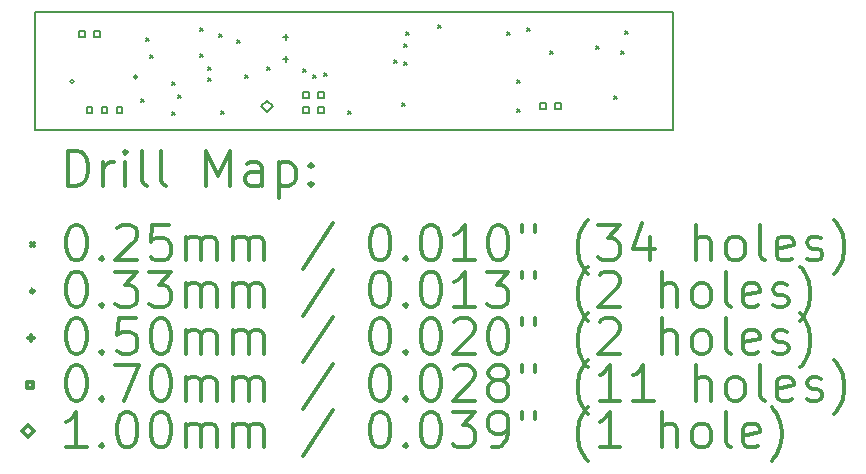
<source format=gbr>
%FSLAX45Y45*%
G04 Gerber Fmt 4.5, Leading zero omitted, Abs format (unit mm)*
G04 Created by KiCad (PCBNEW 5.0.0) date Mon Sep  3 16:09:04 2018*
%MOMM*%
%LPD*%
G01*
G04 APERTURE LIST*
%ADD10C,0.152400*%
%ADD11C,0.200000*%
%ADD12C,0.300000*%
G04 APERTURE END LIST*
D10*
X2500000Y-6000000D02*
X2500000Y-5000000D01*
X7900000Y-6000000D02*
X2500000Y-6000000D01*
X7900000Y-5000000D02*
X7900000Y-6000000D01*
X2500000Y-5000000D02*
X7900000Y-5000000D01*
D11*
X3392300Y-5737300D02*
X3417700Y-5762700D01*
X3417700Y-5737300D02*
X3392300Y-5762700D01*
X3437300Y-5217300D02*
X3462700Y-5242700D01*
X3462700Y-5217300D02*
X3437300Y-5242700D01*
X3472300Y-5362300D02*
X3497700Y-5387700D01*
X3497700Y-5362300D02*
X3472300Y-5387700D01*
X3657300Y-5849039D02*
X3682700Y-5874439D01*
X3682700Y-5849039D02*
X3657300Y-5874439D01*
X3662940Y-5595468D02*
X3688340Y-5620868D01*
X3688340Y-5595468D02*
X3662940Y-5620868D01*
X3712300Y-5702300D02*
X3737700Y-5727700D01*
X3737700Y-5702300D02*
X3712300Y-5727700D01*
X3897300Y-5137300D02*
X3922700Y-5162700D01*
X3922700Y-5137300D02*
X3897300Y-5162700D01*
X3897300Y-5357300D02*
X3922700Y-5382700D01*
X3922700Y-5357300D02*
X3897300Y-5382700D01*
X3967300Y-5467300D02*
X3992700Y-5492700D01*
X3992700Y-5467300D02*
X3967300Y-5492700D01*
X3967300Y-5557300D02*
X3992700Y-5582700D01*
X3992700Y-5557300D02*
X3967300Y-5582700D01*
X4060510Y-5186489D02*
X4085910Y-5211889D01*
X4085910Y-5186489D02*
X4060510Y-5211889D01*
X4077300Y-5842300D02*
X4102700Y-5867700D01*
X4102700Y-5842300D02*
X4077300Y-5867700D01*
X4212463Y-5235052D02*
X4237863Y-5260452D01*
X4237863Y-5235052D02*
X4212463Y-5260452D01*
X4278196Y-5533959D02*
X4303596Y-5559359D01*
X4303596Y-5533959D02*
X4278196Y-5559359D01*
X4467300Y-5462300D02*
X4492700Y-5487700D01*
X4492700Y-5462300D02*
X4467300Y-5487700D01*
X4767300Y-5482300D02*
X4792700Y-5507700D01*
X4792700Y-5482300D02*
X4767300Y-5507700D01*
X4852060Y-5531260D02*
X4877460Y-5556660D01*
X4877460Y-5531260D02*
X4852060Y-5556660D01*
X4942300Y-5517300D02*
X4967700Y-5542700D01*
X4967700Y-5517300D02*
X4942300Y-5542700D01*
X5147300Y-5842300D02*
X5172700Y-5867700D01*
X5172700Y-5842300D02*
X5147300Y-5867700D01*
X5537612Y-5406989D02*
X5563012Y-5432389D01*
X5563012Y-5406989D02*
X5537612Y-5432389D01*
X5603052Y-5774511D02*
X5628452Y-5799911D01*
X5628452Y-5774511D02*
X5603052Y-5799911D01*
X5622300Y-5272300D02*
X5647700Y-5297700D01*
X5647700Y-5272300D02*
X5622300Y-5297700D01*
X5622300Y-5422300D02*
X5647700Y-5447700D01*
X5647700Y-5422300D02*
X5622300Y-5447700D01*
X5637300Y-5172300D02*
X5662700Y-5197700D01*
X5662700Y-5172300D02*
X5637300Y-5197700D01*
X5912300Y-5112300D02*
X5937700Y-5137700D01*
X5937700Y-5112300D02*
X5912300Y-5137700D01*
X6497300Y-5172701D02*
X6522700Y-5198101D01*
X6522700Y-5172701D02*
X6497300Y-5198101D01*
X6583052Y-5574511D02*
X6608452Y-5599911D01*
X6608452Y-5574511D02*
X6583052Y-5599911D01*
X6583052Y-5824511D02*
X6608452Y-5849911D01*
X6608452Y-5824511D02*
X6583052Y-5849911D01*
X6662300Y-5132300D02*
X6687700Y-5157700D01*
X6687700Y-5132300D02*
X6662300Y-5157700D01*
X6862300Y-5327300D02*
X6887700Y-5352700D01*
X6887700Y-5327300D02*
X6862300Y-5352700D01*
X7247300Y-5287300D02*
X7272700Y-5312700D01*
X7272700Y-5287300D02*
X7247300Y-5312700D01*
X7397300Y-5712300D02*
X7422700Y-5737700D01*
X7422700Y-5712300D02*
X7397300Y-5737700D01*
X7457300Y-5327300D02*
X7482700Y-5352700D01*
X7482700Y-5327300D02*
X7457300Y-5352700D01*
X7497300Y-5162300D02*
X7522700Y-5187700D01*
X7522700Y-5162300D02*
X7497300Y-5187700D01*
X2831510Y-5590000D02*
G75*
G03X2831510Y-5590000I-16510J0D01*
G01*
X3366510Y-5550000D02*
G75*
G03X3366510Y-5550000I-16510J0D01*
G01*
X4620000Y-5185000D02*
X4620000Y-5235000D01*
X4595000Y-5210000D02*
X4645000Y-5210000D01*
X4620000Y-5375000D02*
X4620000Y-5425000D01*
X4595000Y-5400000D02*
X4645000Y-5400000D01*
X6822749Y-5824749D02*
X6822749Y-5775251D01*
X6773251Y-5775251D01*
X6773251Y-5824749D01*
X6822749Y-5824749D01*
X6949749Y-5824749D02*
X6949749Y-5775251D01*
X6900251Y-5775251D01*
X6900251Y-5824749D01*
X6949749Y-5824749D01*
X2984749Y-5854749D02*
X2984749Y-5805251D01*
X2935251Y-5805251D01*
X2935251Y-5854749D01*
X2984749Y-5854749D01*
X3111749Y-5854749D02*
X3111749Y-5805251D01*
X3062251Y-5805251D01*
X3062251Y-5854749D01*
X3111749Y-5854749D01*
X3238749Y-5854749D02*
X3238749Y-5805251D01*
X3189251Y-5805251D01*
X3189251Y-5854749D01*
X3238749Y-5854749D01*
X4817749Y-5724749D02*
X4817749Y-5675251D01*
X4768251Y-5675251D01*
X4768251Y-5724749D01*
X4817749Y-5724749D01*
X4817749Y-5851749D02*
X4817749Y-5802251D01*
X4768251Y-5802251D01*
X4768251Y-5851749D01*
X4817749Y-5851749D01*
X4944749Y-5724749D02*
X4944749Y-5675251D01*
X4895251Y-5675251D01*
X4895251Y-5724749D01*
X4944749Y-5724749D01*
X4944749Y-5851749D02*
X4944749Y-5802251D01*
X4895251Y-5802251D01*
X4895251Y-5851749D01*
X4944749Y-5851749D01*
X2924749Y-5214749D02*
X2924749Y-5165251D01*
X2875251Y-5165251D01*
X2875251Y-5214749D01*
X2924749Y-5214749D01*
X3051749Y-5214749D02*
X3051749Y-5165251D01*
X3002251Y-5165251D01*
X3002251Y-5214749D01*
X3051749Y-5214749D01*
X4460000Y-5850000D02*
X4510000Y-5800000D01*
X4460000Y-5750000D01*
X4410000Y-5800000D01*
X4460000Y-5850000D01*
D12*
X2778808Y-6473334D02*
X2778808Y-6173334D01*
X2850237Y-6173334D01*
X2893094Y-6187620D01*
X2921666Y-6216191D01*
X2935951Y-6244763D01*
X2950237Y-6301906D01*
X2950237Y-6344763D01*
X2935951Y-6401906D01*
X2921666Y-6430477D01*
X2893094Y-6459049D01*
X2850237Y-6473334D01*
X2778808Y-6473334D01*
X3078808Y-6473334D02*
X3078808Y-6273334D01*
X3078808Y-6330477D02*
X3093094Y-6301906D01*
X3107380Y-6287620D01*
X3135951Y-6273334D01*
X3164523Y-6273334D01*
X3264523Y-6473334D02*
X3264523Y-6273334D01*
X3264523Y-6173334D02*
X3250237Y-6187620D01*
X3264523Y-6201906D01*
X3278808Y-6187620D01*
X3264523Y-6173334D01*
X3264523Y-6201906D01*
X3450237Y-6473334D02*
X3421666Y-6459049D01*
X3407380Y-6430477D01*
X3407380Y-6173334D01*
X3607380Y-6473334D02*
X3578808Y-6459049D01*
X3564523Y-6430477D01*
X3564523Y-6173334D01*
X3950237Y-6473334D02*
X3950237Y-6173334D01*
X4050237Y-6387620D01*
X4150237Y-6173334D01*
X4150237Y-6473334D01*
X4421666Y-6473334D02*
X4421666Y-6316191D01*
X4407380Y-6287620D01*
X4378808Y-6273334D01*
X4321666Y-6273334D01*
X4293094Y-6287620D01*
X4421666Y-6459049D02*
X4393094Y-6473334D01*
X4321666Y-6473334D01*
X4293094Y-6459049D01*
X4278808Y-6430477D01*
X4278808Y-6401906D01*
X4293094Y-6373334D01*
X4321666Y-6359049D01*
X4393094Y-6359049D01*
X4421666Y-6344763D01*
X4564523Y-6273334D02*
X4564523Y-6573334D01*
X4564523Y-6287620D02*
X4593094Y-6273334D01*
X4650237Y-6273334D01*
X4678808Y-6287620D01*
X4693094Y-6301906D01*
X4707380Y-6330477D01*
X4707380Y-6416191D01*
X4693094Y-6444763D01*
X4678808Y-6459049D01*
X4650237Y-6473334D01*
X4593094Y-6473334D01*
X4564523Y-6459049D01*
X4835951Y-6444763D02*
X4850237Y-6459049D01*
X4835951Y-6473334D01*
X4821666Y-6459049D01*
X4835951Y-6444763D01*
X4835951Y-6473334D01*
X4835951Y-6287620D02*
X4850237Y-6301906D01*
X4835951Y-6316191D01*
X4821666Y-6301906D01*
X4835951Y-6287620D01*
X4835951Y-6316191D01*
X2466980Y-6954920D02*
X2492380Y-6980320D01*
X2492380Y-6954920D02*
X2466980Y-6980320D01*
X2835951Y-6803334D02*
X2864523Y-6803334D01*
X2893094Y-6817620D01*
X2907380Y-6831906D01*
X2921666Y-6860477D01*
X2935951Y-6917620D01*
X2935951Y-6989049D01*
X2921666Y-7046191D01*
X2907380Y-7074763D01*
X2893094Y-7089049D01*
X2864523Y-7103334D01*
X2835951Y-7103334D01*
X2807380Y-7089049D01*
X2793094Y-7074763D01*
X2778808Y-7046191D01*
X2764523Y-6989049D01*
X2764523Y-6917620D01*
X2778808Y-6860477D01*
X2793094Y-6831906D01*
X2807380Y-6817620D01*
X2835951Y-6803334D01*
X3064523Y-7074763D02*
X3078808Y-7089049D01*
X3064523Y-7103334D01*
X3050237Y-7089049D01*
X3064523Y-7074763D01*
X3064523Y-7103334D01*
X3193094Y-6831906D02*
X3207380Y-6817620D01*
X3235951Y-6803334D01*
X3307380Y-6803334D01*
X3335951Y-6817620D01*
X3350237Y-6831906D01*
X3364523Y-6860477D01*
X3364523Y-6889049D01*
X3350237Y-6931906D01*
X3178808Y-7103334D01*
X3364523Y-7103334D01*
X3635951Y-6803334D02*
X3493094Y-6803334D01*
X3478808Y-6946191D01*
X3493094Y-6931906D01*
X3521666Y-6917620D01*
X3593094Y-6917620D01*
X3621666Y-6931906D01*
X3635951Y-6946191D01*
X3650237Y-6974763D01*
X3650237Y-7046191D01*
X3635951Y-7074763D01*
X3621666Y-7089049D01*
X3593094Y-7103334D01*
X3521666Y-7103334D01*
X3493094Y-7089049D01*
X3478808Y-7074763D01*
X3778808Y-7103334D02*
X3778808Y-6903334D01*
X3778808Y-6931906D02*
X3793094Y-6917620D01*
X3821666Y-6903334D01*
X3864523Y-6903334D01*
X3893094Y-6917620D01*
X3907380Y-6946191D01*
X3907380Y-7103334D01*
X3907380Y-6946191D02*
X3921666Y-6917620D01*
X3950237Y-6903334D01*
X3993094Y-6903334D01*
X4021666Y-6917620D01*
X4035951Y-6946191D01*
X4035951Y-7103334D01*
X4178808Y-7103334D02*
X4178808Y-6903334D01*
X4178808Y-6931906D02*
X4193094Y-6917620D01*
X4221666Y-6903334D01*
X4264523Y-6903334D01*
X4293094Y-6917620D01*
X4307380Y-6946191D01*
X4307380Y-7103334D01*
X4307380Y-6946191D02*
X4321666Y-6917620D01*
X4350237Y-6903334D01*
X4393094Y-6903334D01*
X4421666Y-6917620D01*
X4435951Y-6946191D01*
X4435951Y-7103334D01*
X5021666Y-6789049D02*
X4764523Y-7174763D01*
X5407380Y-6803334D02*
X5435951Y-6803334D01*
X5464523Y-6817620D01*
X5478808Y-6831906D01*
X5493094Y-6860477D01*
X5507380Y-6917620D01*
X5507380Y-6989049D01*
X5493094Y-7046191D01*
X5478808Y-7074763D01*
X5464523Y-7089049D01*
X5435951Y-7103334D01*
X5407380Y-7103334D01*
X5378808Y-7089049D01*
X5364523Y-7074763D01*
X5350237Y-7046191D01*
X5335951Y-6989049D01*
X5335951Y-6917620D01*
X5350237Y-6860477D01*
X5364523Y-6831906D01*
X5378808Y-6817620D01*
X5407380Y-6803334D01*
X5635951Y-7074763D02*
X5650237Y-7089049D01*
X5635951Y-7103334D01*
X5621666Y-7089049D01*
X5635951Y-7074763D01*
X5635951Y-7103334D01*
X5835951Y-6803334D02*
X5864523Y-6803334D01*
X5893094Y-6817620D01*
X5907380Y-6831906D01*
X5921666Y-6860477D01*
X5935951Y-6917620D01*
X5935951Y-6989049D01*
X5921666Y-7046191D01*
X5907380Y-7074763D01*
X5893094Y-7089049D01*
X5864523Y-7103334D01*
X5835951Y-7103334D01*
X5807380Y-7089049D01*
X5793094Y-7074763D01*
X5778808Y-7046191D01*
X5764523Y-6989049D01*
X5764523Y-6917620D01*
X5778808Y-6860477D01*
X5793094Y-6831906D01*
X5807380Y-6817620D01*
X5835951Y-6803334D01*
X6221666Y-7103334D02*
X6050237Y-7103334D01*
X6135951Y-7103334D02*
X6135951Y-6803334D01*
X6107380Y-6846191D01*
X6078808Y-6874763D01*
X6050237Y-6889049D01*
X6407380Y-6803334D02*
X6435951Y-6803334D01*
X6464523Y-6817620D01*
X6478808Y-6831906D01*
X6493094Y-6860477D01*
X6507380Y-6917620D01*
X6507380Y-6989049D01*
X6493094Y-7046191D01*
X6478808Y-7074763D01*
X6464523Y-7089049D01*
X6435951Y-7103334D01*
X6407380Y-7103334D01*
X6378808Y-7089049D01*
X6364523Y-7074763D01*
X6350237Y-7046191D01*
X6335951Y-6989049D01*
X6335951Y-6917620D01*
X6350237Y-6860477D01*
X6364523Y-6831906D01*
X6378808Y-6817620D01*
X6407380Y-6803334D01*
X6621666Y-6803334D02*
X6621666Y-6860477D01*
X6735951Y-6803334D02*
X6735951Y-6860477D01*
X7178808Y-7217620D02*
X7164523Y-7203334D01*
X7135951Y-7160477D01*
X7121666Y-7131906D01*
X7107380Y-7089049D01*
X7093094Y-7017620D01*
X7093094Y-6960477D01*
X7107380Y-6889049D01*
X7121666Y-6846191D01*
X7135951Y-6817620D01*
X7164523Y-6774763D01*
X7178808Y-6760477D01*
X7264523Y-6803334D02*
X7450237Y-6803334D01*
X7350237Y-6917620D01*
X7393094Y-6917620D01*
X7421666Y-6931906D01*
X7435951Y-6946191D01*
X7450237Y-6974763D01*
X7450237Y-7046191D01*
X7435951Y-7074763D01*
X7421666Y-7089049D01*
X7393094Y-7103334D01*
X7307380Y-7103334D01*
X7278808Y-7089049D01*
X7264523Y-7074763D01*
X7707380Y-6903334D02*
X7707380Y-7103334D01*
X7635951Y-6789049D02*
X7564523Y-7003334D01*
X7750237Y-7003334D01*
X8093094Y-7103334D02*
X8093094Y-6803334D01*
X8221666Y-7103334D02*
X8221666Y-6946191D01*
X8207380Y-6917620D01*
X8178808Y-6903334D01*
X8135951Y-6903334D01*
X8107380Y-6917620D01*
X8093094Y-6931906D01*
X8407380Y-7103334D02*
X8378808Y-7089049D01*
X8364523Y-7074763D01*
X8350237Y-7046191D01*
X8350237Y-6960477D01*
X8364523Y-6931906D01*
X8378808Y-6917620D01*
X8407380Y-6903334D01*
X8450237Y-6903334D01*
X8478808Y-6917620D01*
X8493094Y-6931906D01*
X8507380Y-6960477D01*
X8507380Y-7046191D01*
X8493094Y-7074763D01*
X8478808Y-7089049D01*
X8450237Y-7103334D01*
X8407380Y-7103334D01*
X8678808Y-7103334D02*
X8650237Y-7089049D01*
X8635951Y-7060477D01*
X8635951Y-6803334D01*
X8907380Y-7089049D02*
X8878808Y-7103334D01*
X8821666Y-7103334D01*
X8793094Y-7089049D01*
X8778808Y-7060477D01*
X8778808Y-6946191D01*
X8793094Y-6917620D01*
X8821666Y-6903334D01*
X8878808Y-6903334D01*
X8907380Y-6917620D01*
X8921666Y-6946191D01*
X8921666Y-6974763D01*
X8778808Y-7003334D01*
X9035951Y-7089049D02*
X9064523Y-7103334D01*
X9121666Y-7103334D01*
X9150237Y-7089049D01*
X9164523Y-7060477D01*
X9164523Y-7046191D01*
X9150237Y-7017620D01*
X9121666Y-7003334D01*
X9078808Y-7003334D01*
X9050237Y-6989049D01*
X9035951Y-6960477D01*
X9035951Y-6946191D01*
X9050237Y-6917620D01*
X9078808Y-6903334D01*
X9121666Y-6903334D01*
X9150237Y-6917620D01*
X9264523Y-7217620D02*
X9278808Y-7203334D01*
X9307380Y-7160477D01*
X9321666Y-7131906D01*
X9335951Y-7089049D01*
X9350237Y-7017620D01*
X9350237Y-6960477D01*
X9335951Y-6889049D01*
X9321666Y-6846191D01*
X9307380Y-6817620D01*
X9278808Y-6774763D01*
X9264523Y-6760477D01*
X2492380Y-7363620D02*
G75*
G03X2492380Y-7363620I-16510J0D01*
G01*
X2835951Y-7199334D02*
X2864523Y-7199334D01*
X2893094Y-7213620D01*
X2907380Y-7227906D01*
X2921666Y-7256477D01*
X2935951Y-7313620D01*
X2935951Y-7385049D01*
X2921666Y-7442191D01*
X2907380Y-7470763D01*
X2893094Y-7485049D01*
X2864523Y-7499334D01*
X2835951Y-7499334D01*
X2807380Y-7485049D01*
X2793094Y-7470763D01*
X2778808Y-7442191D01*
X2764523Y-7385049D01*
X2764523Y-7313620D01*
X2778808Y-7256477D01*
X2793094Y-7227906D01*
X2807380Y-7213620D01*
X2835951Y-7199334D01*
X3064523Y-7470763D02*
X3078808Y-7485049D01*
X3064523Y-7499334D01*
X3050237Y-7485049D01*
X3064523Y-7470763D01*
X3064523Y-7499334D01*
X3178808Y-7199334D02*
X3364523Y-7199334D01*
X3264523Y-7313620D01*
X3307380Y-7313620D01*
X3335951Y-7327906D01*
X3350237Y-7342191D01*
X3364523Y-7370763D01*
X3364523Y-7442191D01*
X3350237Y-7470763D01*
X3335951Y-7485049D01*
X3307380Y-7499334D01*
X3221666Y-7499334D01*
X3193094Y-7485049D01*
X3178808Y-7470763D01*
X3464523Y-7199334D02*
X3650237Y-7199334D01*
X3550237Y-7313620D01*
X3593094Y-7313620D01*
X3621666Y-7327906D01*
X3635951Y-7342191D01*
X3650237Y-7370763D01*
X3650237Y-7442191D01*
X3635951Y-7470763D01*
X3621666Y-7485049D01*
X3593094Y-7499334D01*
X3507380Y-7499334D01*
X3478808Y-7485049D01*
X3464523Y-7470763D01*
X3778808Y-7499334D02*
X3778808Y-7299334D01*
X3778808Y-7327906D02*
X3793094Y-7313620D01*
X3821666Y-7299334D01*
X3864523Y-7299334D01*
X3893094Y-7313620D01*
X3907380Y-7342191D01*
X3907380Y-7499334D01*
X3907380Y-7342191D02*
X3921666Y-7313620D01*
X3950237Y-7299334D01*
X3993094Y-7299334D01*
X4021666Y-7313620D01*
X4035951Y-7342191D01*
X4035951Y-7499334D01*
X4178808Y-7499334D02*
X4178808Y-7299334D01*
X4178808Y-7327906D02*
X4193094Y-7313620D01*
X4221666Y-7299334D01*
X4264523Y-7299334D01*
X4293094Y-7313620D01*
X4307380Y-7342191D01*
X4307380Y-7499334D01*
X4307380Y-7342191D02*
X4321666Y-7313620D01*
X4350237Y-7299334D01*
X4393094Y-7299334D01*
X4421666Y-7313620D01*
X4435951Y-7342191D01*
X4435951Y-7499334D01*
X5021666Y-7185049D02*
X4764523Y-7570763D01*
X5407380Y-7199334D02*
X5435951Y-7199334D01*
X5464523Y-7213620D01*
X5478808Y-7227906D01*
X5493094Y-7256477D01*
X5507380Y-7313620D01*
X5507380Y-7385049D01*
X5493094Y-7442191D01*
X5478808Y-7470763D01*
X5464523Y-7485049D01*
X5435951Y-7499334D01*
X5407380Y-7499334D01*
X5378808Y-7485049D01*
X5364523Y-7470763D01*
X5350237Y-7442191D01*
X5335951Y-7385049D01*
X5335951Y-7313620D01*
X5350237Y-7256477D01*
X5364523Y-7227906D01*
X5378808Y-7213620D01*
X5407380Y-7199334D01*
X5635951Y-7470763D02*
X5650237Y-7485049D01*
X5635951Y-7499334D01*
X5621666Y-7485049D01*
X5635951Y-7470763D01*
X5635951Y-7499334D01*
X5835951Y-7199334D02*
X5864523Y-7199334D01*
X5893094Y-7213620D01*
X5907380Y-7227906D01*
X5921666Y-7256477D01*
X5935951Y-7313620D01*
X5935951Y-7385049D01*
X5921666Y-7442191D01*
X5907380Y-7470763D01*
X5893094Y-7485049D01*
X5864523Y-7499334D01*
X5835951Y-7499334D01*
X5807380Y-7485049D01*
X5793094Y-7470763D01*
X5778808Y-7442191D01*
X5764523Y-7385049D01*
X5764523Y-7313620D01*
X5778808Y-7256477D01*
X5793094Y-7227906D01*
X5807380Y-7213620D01*
X5835951Y-7199334D01*
X6221666Y-7499334D02*
X6050237Y-7499334D01*
X6135951Y-7499334D02*
X6135951Y-7199334D01*
X6107380Y-7242191D01*
X6078808Y-7270763D01*
X6050237Y-7285049D01*
X6321666Y-7199334D02*
X6507380Y-7199334D01*
X6407380Y-7313620D01*
X6450237Y-7313620D01*
X6478808Y-7327906D01*
X6493094Y-7342191D01*
X6507380Y-7370763D01*
X6507380Y-7442191D01*
X6493094Y-7470763D01*
X6478808Y-7485049D01*
X6450237Y-7499334D01*
X6364523Y-7499334D01*
X6335951Y-7485049D01*
X6321666Y-7470763D01*
X6621666Y-7199334D02*
X6621666Y-7256477D01*
X6735951Y-7199334D02*
X6735951Y-7256477D01*
X7178808Y-7613620D02*
X7164523Y-7599334D01*
X7135951Y-7556477D01*
X7121666Y-7527906D01*
X7107380Y-7485049D01*
X7093094Y-7413620D01*
X7093094Y-7356477D01*
X7107380Y-7285049D01*
X7121666Y-7242191D01*
X7135951Y-7213620D01*
X7164523Y-7170763D01*
X7178808Y-7156477D01*
X7278808Y-7227906D02*
X7293094Y-7213620D01*
X7321666Y-7199334D01*
X7393094Y-7199334D01*
X7421666Y-7213620D01*
X7435951Y-7227906D01*
X7450237Y-7256477D01*
X7450237Y-7285049D01*
X7435951Y-7327906D01*
X7264523Y-7499334D01*
X7450237Y-7499334D01*
X7807380Y-7499334D02*
X7807380Y-7199334D01*
X7935951Y-7499334D02*
X7935951Y-7342191D01*
X7921666Y-7313620D01*
X7893094Y-7299334D01*
X7850237Y-7299334D01*
X7821666Y-7313620D01*
X7807380Y-7327906D01*
X8121666Y-7499334D02*
X8093094Y-7485049D01*
X8078808Y-7470763D01*
X8064523Y-7442191D01*
X8064523Y-7356477D01*
X8078808Y-7327906D01*
X8093094Y-7313620D01*
X8121666Y-7299334D01*
X8164523Y-7299334D01*
X8193094Y-7313620D01*
X8207380Y-7327906D01*
X8221666Y-7356477D01*
X8221666Y-7442191D01*
X8207380Y-7470763D01*
X8193094Y-7485049D01*
X8164523Y-7499334D01*
X8121666Y-7499334D01*
X8393094Y-7499334D02*
X8364523Y-7485049D01*
X8350237Y-7456477D01*
X8350237Y-7199334D01*
X8621666Y-7485049D02*
X8593094Y-7499334D01*
X8535951Y-7499334D01*
X8507380Y-7485049D01*
X8493094Y-7456477D01*
X8493094Y-7342191D01*
X8507380Y-7313620D01*
X8535951Y-7299334D01*
X8593094Y-7299334D01*
X8621666Y-7313620D01*
X8635951Y-7342191D01*
X8635951Y-7370763D01*
X8493094Y-7399334D01*
X8750237Y-7485049D02*
X8778808Y-7499334D01*
X8835951Y-7499334D01*
X8864523Y-7485049D01*
X8878808Y-7456477D01*
X8878808Y-7442191D01*
X8864523Y-7413620D01*
X8835951Y-7399334D01*
X8793094Y-7399334D01*
X8764523Y-7385049D01*
X8750237Y-7356477D01*
X8750237Y-7342191D01*
X8764523Y-7313620D01*
X8793094Y-7299334D01*
X8835951Y-7299334D01*
X8864523Y-7313620D01*
X8978808Y-7613620D02*
X8993094Y-7599334D01*
X9021666Y-7556477D01*
X9035951Y-7527906D01*
X9050237Y-7485049D01*
X9064523Y-7413620D01*
X9064523Y-7356477D01*
X9050237Y-7285049D01*
X9035951Y-7242191D01*
X9021666Y-7213620D01*
X8993094Y-7170763D01*
X8978808Y-7156477D01*
X2467380Y-7734620D02*
X2467380Y-7784620D01*
X2442380Y-7759620D02*
X2492380Y-7759620D01*
X2835951Y-7595334D02*
X2864523Y-7595334D01*
X2893094Y-7609620D01*
X2907380Y-7623906D01*
X2921666Y-7652477D01*
X2935951Y-7709620D01*
X2935951Y-7781049D01*
X2921666Y-7838191D01*
X2907380Y-7866763D01*
X2893094Y-7881049D01*
X2864523Y-7895334D01*
X2835951Y-7895334D01*
X2807380Y-7881049D01*
X2793094Y-7866763D01*
X2778808Y-7838191D01*
X2764523Y-7781049D01*
X2764523Y-7709620D01*
X2778808Y-7652477D01*
X2793094Y-7623906D01*
X2807380Y-7609620D01*
X2835951Y-7595334D01*
X3064523Y-7866763D02*
X3078808Y-7881049D01*
X3064523Y-7895334D01*
X3050237Y-7881049D01*
X3064523Y-7866763D01*
X3064523Y-7895334D01*
X3350237Y-7595334D02*
X3207380Y-7595334D01*
X3193094Y-7738191D01*
X3207380Y-7723906D01*
X3235951Y-7709620D01*
X3307380Y-7709620D01*
X3335951Y-7723906D01*
X3350237Y-7738191D01*
X3364523Y-7766763D01*
X3364523Y-7838191D01*
X3350237Y-7866763D01*
X3335951Y-7881049D01*
X3307380Y-7895334D01*
X3235951Y-7895334D01*
X3207380Y-7881049D01*
X3193094Y-7866763D01*
X3550237Y-7595334D02*
X3578808Y-7595334D01*
X3607380Y-7609620D01*
X3621666Y-7623906D01*
X3635951Y-7652477D01*
X3650237Y-7709620D01*
X3650237Y-7781049D01*
X3635951Y-7838191D01*
X3621666Y-7866763D01*
X3607380Y-7881049D01*
X3578808Y-7895334D01*
X3550237Y-7895334D01*
X3521666Y-7881049D01*
X3507380Y-7866763D01*
X3493094Y-7838191D01*
X3478808Y-7781049D01*
X3478808Y-7709620D01*
X3493094Y-7652477D01*
X3507380Y-7623906D01*
X3521666Y-7609620D01*
X3550237Y-7595334D01*
X3778808Y-7895334D02*
X3778808Y-7695334D01*
X3778808Y-7723906D02*
X3793094Y-7709620D01*
X3821666Y-7695334D01*
X3864523Y-7695334D01*
X3893094Y-7709620D01*
X3907380Y-7738191D01*
X3907380Y-7895334D01*
X3907380Y-7738191D02*
X3921666Y-7709620D01*
X3950237Y-7695334D01*
X3993094Y-7695334D01*
X4021666Y-7709620D01*
X4035951Y-7738191D01*
X4035951Y-7895334D01*
X4178808Y-7895334D02*
X4178808Y-7695334D01*
X4178808Y-7723906D02*
X4193094Y-7709620D01*
X4221666Y-7695334D01*
X4264523Y-7695334D01*
X4293094Y-7709620D01*
X4307380Y-7738191D01*
X4307380Y-7895334D01*
X4307380Y-7738191D02*
X4321666Y-7709620D01*
X4350237Y-7695334D01*
X4393094Y-7695334D01*
X4421666Y-7709620D01*
X4435951Y-7738191D01*
X4435951Y-7895334D01*
X5021666Y-7581049D02*
X4764523Y-7966763D01*
X5407380Y-7595334D02*
X5435951Y-7595334D01*
X5464523Y-7609620D01*
X5478808Y-7623906D01*
X5493094Y-7652477D01*
X5507380Y-7709620D01*
X5507380Y-7781049D01*
X5493094Y-7838191D01*
X5478808Y-7866763D01*
X5464523Y-7881049D01*
X5435951Y-7895334D01*
X5407380Y-7895334D01*
X5378808Y-7881049D01*
X5364523Y-7866763D01*
X5350237Y-7838191D01*
X5335951Y-7781049D01*
X5335951Y-7709620D01*
X5350237Y-7652477D01*
X5364523Y-7623906D01*
X5378808Y-7609620D01*
X5407380Y-7595334D01*
X5635951Y-7866763D02*
X5650237Y-7881049D01*
X5635951Y-7895334D01*
X5621666Y-7881049D01*
X5635951Y-7866763D01*
X5635951Y-7895334D01*
X5835951Y-7595334D02*
X5864523Y-7595334D01*
X5893094Y-7609620D01*
X5907380Y-7623906D01*
X5921666Y-7652477D01*
X5935951Y-7709620D01*
X5935951Y-7781049D01*
X5921666Y-7838191D01*
X5907380Y-7866763D01*
X5893094Y-7881049D01*
X5864523Y-7895334D01*
X5835951Y-7895334D01*
X5807380Y-7881049D01*
X5793094Y-7866763D01*
X5778808Y-7838191D01*
X5764523Y-7781049D01*
X5764523Y-7709620D01*
X5778808Y-7652477D01*
X5793094Y-7623906D01*
X5807380Y-7609620D01*
X5835951Y-7595334D01*
X6050237Y-7623906D02*
X6064523Y-7609620D01*
X6093094Y-7595334D01*
X6164523Y-7595334D01*
X6193094Y-7609620D01*
X6207380Y-7623906D01*
X6221666Y-7652477D01*
X6221666Y-7681049D01*
X6207380Y-7723906D01*
X6035951Y-7895334D01*
X6221666Y-7895334D01*
X6407380Y-7595334D02*
X6435951Y-7595334D01*
X6464523Y-7609620D01*
X6478808Y-7623906D01*
X6493094Y-7652477D01*
X6507380Y-7709620D01*
X6507380Y-7781049D01*
X6493094Y-7838191D01*
X6478808Y-7866763D01*
X6464523Y-7881049D01*
X6435951Y-7895334D01*
X6407380Y-7895334D01*
X6378808Y-7881049D01*
X6364523Y-7866763D01*
X6350237Y-7838191D01*
X6335951Y-7781049D01*
X6335951Y-7709620D01*
X6350237Y-7652477D01*
X6364523Y-7623906D01*
X6378808Y-7609620D01*
X6407380Y-7595334D01*
X6621666Y-7595334D02*
X6621666Y-7652477D01*
X6735951Y-7595334D02*
X6735951Y-7652477D01*
X7178808Y-8009620D02*
X7164523Y-7995334D01*
X7135951Y-7952477D01*
X7121666Y-7923906D01*
X7107380Y-7881049D01*
X7093094Y-7809620D01*
X7093094Y-7752477D01*
X7107380Y-7681049D01*
X7121666Y-7638191D01*
X7135951Y-7609620D01*
X7164523Y-7566763D01*
X7178808Y-7552477D01*
X7278808Y-7623906D02*
X7293094Y-7609620D01*
X7321666Y-7595334D01*
X7393094Y-7595334D01*
X7421666Y-7609620D01*
X7435951Y-7623906D01*
X7450237Y-7652477D01*
X7450237Y-7681049D01*
X7435951Y-7723906D01*
X7264523Y-7895334D01*
X7450237Y-7895334D01*
X7807380Y-7895334D02*
X7807380Y-7595334D01*
X7935951Y-7895334D02*
X7935951Y-7738191D01*
X7921666Y-7709620D01*
X7893094Y-7695334D01*
X7850237Y-7695334D01*
X7821666Y-7709620D01*
X7807380Y-7723906D01*
X8121666Y-7895334D02*
X8093094Y-7881049D01*
X8078808Y-7866763D01*
X8064523Y-7838191D01*
X8064523Y-7752477D01*
X8078808Y-7723906D01*
X8093094Y-7709620D01*
X8121666Y-7695334D01*
X8164523Y-7695334D01*
X8193094Y-7709620D01*
X8207380Y-7723906D01*
X8221666Y-7752477D01*
X8221666Y-7838191D01*
X8207380Y-7866763D01*
X8193094Y-7881049D01*
X8164523Y-7895334D01*
X8121666Y-7895334D01*
X8393094Y-7895334D02*
X8364523Y-7881049D01*
X8350237Y-7852477D01*
X8350237Y-7595334D01*
X8621666Y-7881049D02*
X8593094Y-7895334D01*
X8535951Y-7895334D01*
X8507380Y-7881049D01*
X8493094Y-7852477D01*
X8493094Y-7738191D01*
X8507380Y-7709620D01*
X8535951Y-7695334D01*
X8593094Y-7695334D01*
X8621666Y-7709620D01*
X8635951Y-7738191D01*
X8635951Y-7766763D01*
X8493094Y-7795334D01*
X8750237Y-7881049D02*
X8778808Y-7895334D01*
X8835951Y-7895334D01*
X8864523Y-7881049D01*
X8878808Y-7852477D01*
X8878808Y-7838191D01*
X8864523Y-7809620D01*
X8835951Y-7795334D01*
X8793094Y-7795334D01*
X8764523Y-7781049D01*
X8750237Y-7752477D01*
X8750237Y-7738191D01*
X8764523Y-7709620D01*
X8793094Y-7695334D01*
X8835951Y-7695334D01*
X8864523Y-7709620D01*
X8978808Y-8009620D02*
X8993094Y-7995334D01*
X9021666Y-7952477D01*
X9035951Y-7923906D01*
X9050237Y-7881049D01*
X9064523Y-7809620D01*
X9064523Y-7752477D01*
X9050237Y-7681049D01*
X9035951Y-7638191D01*
X9021666Y-7609620D01*
X8993094Y-7566763D01*
X8978808Y-7552477D01*
X2482129Y-8180369D02*
X2482129Y-8130871D01*
X2432631Y-8130871D01*
X2432631Y-8180369D01*
X2482129Y-8180369D01*
X2835951Y-7991334D02*
X2864523Y-7991334D01*
X2893094Y-8005620D01*
X2907380Y-8019906D01*
X2921666Y-8048477D01*
X2935951Y-8105620D01*
X2935951Y-8177049D01*
X2921666Y-8234191D01*
X2907380Y-8262763D01*
X2893094Y-8277049D01*
X2864523Y-8291334D01*
X2835951Y-8291334D01*
X2807380Y-8277049D01*
X2793094Y-8262763D01*
X2778808Y-8234191D01*
X2764523Y-8177049D01*
X2764523Y-8105620D01*
X2778808Y-8048477D01*
X2793094Y-8019906D01*
X2807380Y-8005620D01*
X2835951Y-7991334D01*
X3064523Y-8262763D02*
X3078808Y-8277049D01*
X3064523Y-8291334D01*
X3050237Y-8277049D01*
X3064523Y-8262763D01*
X3064523Y-8291334D01*
X3178808Y-7991334D02*
X3378808Y-7991334D01*
X3250237Y-8291334D01*
X3550237Y-7991334D02*
X3578808Y-7991334D01*
X3607380Y-8005620D01*
X3621666Y-8019906D01*
X3635951Y-8048477D01*
X3650237Y-8105620D01*
X3650237Y-8177049D01*
X3635951Y-8234191D01*
X3621666Y-8262763D01*
X3607380Y-8277049D01*
X3578808Y-8291334D01*
X3550237Y-8291334D01*
X3521666Y-8277049D01*
X3507380Y-8262763D01*
X3493094Y-8234191D01*
X3478808Y-8177049D01*
X3478808Y-8105620D01*
X3493094Y-8048477D01*
X3507380Y-8019906D01*
X3521666Y-8005620D01*
X3550237Y-7991334D01*
X3778808Y-8291334D02*
X3778808Y-8091334D01*
X3778808Y-8119906D02*
X3793094Y-8105620D01*
X3821666Y-8091334D01*
X3864523Y-8091334D01*
X3893094Y-8105620D01*
X3907380Y-8134191D01*
X3907380Y-8291334D01*
X3907380Y-8134191D02*
X3921666Y-8105620D01*
X3950237Y-8091334D01*
X3993094Y-8091334D01*
X4021666Y-8105620D01*
X4035951Y-8134191D01*
X4035951Y-8291334D01*
X4178808Y-8291334D02*
X4178808Y-8091334D01*
X4178808Y-8119906D02*
X4193094Y-8105620D01*
X4221666Y-8091334D01*
X4264523Y-8091334D01*
X4293094Y-8105620D01*
X4307380Y-8134191D01*
X4307380Y-8291334D01*
X4307380Y-8134191D02*
X4321666Y-8105620D01*
X4350237Y-8091334D01*
X4393094Y-8091334D01*
X4421666Y-8105620D01*
X4435951Y-8134191D01*
X4435951Y-8291334D01*
X5021666Y-7977049D02*
X4764523Y-8362763D01*
X5407380Y-7991334D02*
X5435951Y-7991334D01*
X5464523Y-8005620D01*
X5478808Y-8019906D01*
X5493094Y-8048477D01*
X5507380Y-8105620D01*
X5507380Y-8177049D01*
X5493094Y-8234191D01*
X5478808Y-8262763D01*
X5464523Y-8277049D01*
X5435951Y-8291334D01*
X5407380Y-8291334D01*
X5378808Y-8277049D01*
X5364523Y-8262763D01*
X5350237Y-8234191D01*
X5335951Y-8177049D01*
X5335951Y-8105620D01*
X5350237Y-8048477D01*
X5364523Y-8019906D01*
X5378808Y-8005620D01*
X5407380Y-7991334D01*
X5635951Y-8262763D02*
X5650237Y-8277049D01*
X5635951Y-8291334D01*
X5621666Y-8277049D01*
X5635951Y-8262763D01*
X5635951Y-8291334D01*
X5835951Y-7991334D02*
X5864523Y-7991334D01*
X5893094Y-8005620D01*
X5907380Y-8019906D01*
X5921666Y-8048477D01*
X5935951Y-8105620D01*
X5935951Y-8177049D01*
X5921666Y-8234191D01*
X5907380Y-8262763D01*
X5893094Y-8277049D01*
X5864523Y-8291334D01*
X5835951Y-8291334D01*
X5807380Y-8277049D01*
X5793094Y-8262763D01*
X5778808Y-8234191D01*
X5764523Y-8177049D01*
X5764523Y-8105620D01*
X5778808Y-8048477D01*
X5793094Y-8019906D01*
X5807380Y-8005620D01*
X5835951Y-7991334D01*
X6050237Y-8019906D02*
X6064523Y-8005620D01*
X6093094Y-7991334D01*
X6164523Y-7991334D01*
X6193094Y-8005620D01*
X6207380Y-8019906D01*
X6221666Y-8048477D01*
X6221666Y-8077049D01*
X6207380Y-8119906D01*
X6035951Y-8291334D01*
X6221666Y-8291334D01*
X6393094Y-8119906D02*
X6364523Y-8105620D01*
X6350237Y-8091334D01*
X6335951Y-8062763D01*
X6335951Y-8048477D01*
X6350237Y-8019906D01*
X6364523Y-8005620D01*
X6393094Y-7991334D01*
X6450237Y-7991334D01*
X6478808Y-8005620D01*
X6493094Y-8019906D01*
X6507380Y-8048477D01*
X6507380Y-8062763D01*
X6493094Y-8091334D01*
X6478808Y-8105620D01*
X6450237Y-8119906D01*
X6393094Y-8119906D01*
X6364523Y-8134191D01*
X6350237Y-8148477D01*
X6335951Y-8177049D01*
X6335951Y-8234191D01*
X6350237Y-8262763D01*
X6364523Y-8277049D01*
X6393094Y-8291334D01*
X6450237Y-8291334D01*
X6478808Y-8277049D01*
X6493094Y-8262763D01*
X6507380Y-8234191D01*
X6507380Y-8177049D01*
X6493094Y-8148477D01*
X6478808Y-8134191D01*
X6450237Y-8119906D01*
X6621666Y-7991334D02*
X6621666Y-8048477D01*
X6735951Y-7991334D02*
X6735951Y-8048477D01*
X7178808Y-8405620D02*
X7164523Y-8391334D01*
X7135951Y-8348477D01*
X7121666Y-8319906D01*
X7107380Y-8277049D01*
X7093094Y-8205620D01*
X7093094Y-8148477D01*
X7107380Y-8077049D01*
X7121666Y-8034191D01*
X7135951Y-8005620D01*
X7164523Y-7962763D01*
X7178808Y-7948477D01*
X7450237Y-8291334D02*
X7278808Y-8291334D01*
X7364523Y-8291334D02*
X7364523Y-7991334D01*
X7335951Y-8034191D01*
X7307380Y-8062763D01*
X7278808Y-8077049D01*
X7735951Y-8291334D02*
X7564523Y-8291334D01*
X7650237Y-8291334D02*
X7650237Y-7991334D01*
X7621666Y-8034191D01*
X7593094Y-8062763D01*
X7564523Y-8077049D01*
X8093094Y-8291334D02*
X8093094Y-7991334D01*
X8221666Y-8291334D02*
X8221666Y-8134191D01*
X8207380Y-8105620D01*
X8178808Y-8091334D01*
X8135951Y-8091334D01*
X8107380Y-8105620D01*
X8093094Y-8119906D01*
X8407380Y-8291334D02*
X8378808Y-8277049D01*
X8364523Y-8262763D01*
X8350237Y-8234191D01*
X8350237Y-8148477D01*
X8364523Y-8119906D01*
X8378808Y-8105620D01*
X8407380Y-8091334D01*
X8450237Y-8091334D01*
X8478808Y-8105620D01*
X8493094Y-8119906D01*
X8507380Y-8148477D01*
X8507380Y-8234191D01*
X8493094Y-8262763D01*
X8478808Y-8277049D01*
X8450237Y-8291334D01*
X8407380Y-8291334D01*
X8678808Y-8291334D02*
X8650237Y-8277049D01*
X8635951Y-8248477D01*
X8635951Y-7991334D01*
X8907380Y-8277049D02*
X8878808Y-8291334D01*
X8821666Y-8291334D01*
X8793094Y-8277049D01*
X8778808Y-8248477D01*
X8778808Y-8134191D01*
X8793094Y-8105620D01*
X8821666Y-8091334D01*
X8878808Y-8091334D01*
X8907380Y-8105620D01*
X8921666Y-8134191D01*
X8921666Y-8162763D01*
X8778808Y-8191334D01*
X9035951Y-8277049D02*
X9064523Y-8291334D01*
X9121666Y-8291334D01*
X9150237Y-8277049D01*
X9164523Y-8248477D01*
X9164523Y-8234191D01*
X9150237Y-8205620D01*
X9121666Y-8191334D01*
X9078808Y-8191334D01*
X9050237Y-8177049D01*
X9035951Y-8148477D01*
X9035951Y-8134191D01*
X9050237Y-8105620D01*
X9078808Y-8091334D01*
X9121666Y-8091334D01*
X9150237Y-8105620D01*
X9264523Y-8405620D02*
X9278808Y-8391334D01*
X9307380Y-8348477D01*
X9321666Y-8319906D01*
X9335951Y-8277049D01*
X9350237Y-8205620D01*
X9350237Y-8148477D01*
X9335951Y-8077049D01*
X9321666Y-8034191D01*
X9307380Y-8005620D01*
X9278808Y-7962763D01*
X9264523Y-7948477D01*
X2442380Y-8601620D02*
X2492380Y-8551620D01*
X2442380Y-8501620D01*
X2392380Y-8551620D01*
X2442380Y-8601620D01*
X2935951Y-8687334D02*
X2764523Y-8687334D01*
X2850237Y-8687334D02*
X2850237Y-8387334D01*
X2821666Y-8430192D01*
X2793094Y-8458763D01*
X2764523Y-8473049D01*
X3064523Y-8658763D02*
X3078808Y-8673049D01*
X3064523Y-8687334D01*
X3050237Y-8673049D01*
X3064523Y-8658763D01*
X3064523Y-8687334D01*
X3264523Y-8387334D02*
X3293094Y-8387334D01*
X3321666Y-8401620D01*
X3335951Y-8415906D01*
X3350237Y-8444477D01*
X3364523Y-8501620D01*
X3364523Y-8573049D01*
X3350237Y-8630192D01*
X3335951Y-8658763D01*
X3321666Y-8673049D01*
X3293094Y-8687334D01*
X3264523Y-8687334D01*
X3235951Y-8673049D01*
X3221666Y-8658763D01*
X3207380Y-8630192D01*
X3193094Y-8573049D01*
X3193094Y-8501620D01*
X3207380Y-8444477D01*
X3221666Y-8415906D01*
X3235951Y-8401620D01*
X3264523Y-8387334D01*
X3550237Y-8387334D02*
X3578808Y-8387334D01*
X3607380Y-8401620D01*
X3621666Y-8415906D01*
X3635951Y-8444477D01*
X3650237Y-8501620D01*
X3650237Y-8573049D01*
X3635951Y-8630192D01*
X3621666Y-8658763D01*
X3607380Y-8673049D01*
X3578808Y-8687334D01*
X3550237Y-8687334D01*
X3521666Y-8673049D01*
X3507380Y-8658763D01*
X3493094Y-8630192D01*
X3478808Y-8573049D01*
X3478808Y-8501620D01*
X3493094Y-8444477D01*
X3507380Y-8415906D01*
X3521666Y-8401620D01*
X3550237Y-8387334D01*
X3778808Y-8687334D02*
X3778808Y-8487334D01*
X3778808Y-8515906D02*
X3793094Y-8501620D01*
X3821666Y-8487334D01*
X3864523Y-8487334D01*
X3893094Y-8501620D01*
X3907380Y-8530192D01*
X3907380Y-8687334D01*
X3907380Y-8530192D02*
X3921666Y-8501620D01*
X3950237Y-8487334D01*
X3993094Y-8487334D01*
X4021666Y-8501620D01*
X4035951Y-8530192D01*
X4035951Y-8687334D01*
X4178808Y-8687334D02*
X4178808Y-8487334D01*
X4178808Y-8515906D02*
X4193094Y-8501620D01*
X4221666Y-8487334D01*
X4264523Y-8487334D01*
X4293094Y-8501620D01*
X4307380Y-8530192D01*
X4307380Y-8687334D01*
X4307380Y-8530192D02*
X4321666Y-8501620D01*
X4350237Y-8487334D01*
X4393094Y-8487334D01*
X4421666Y-8501620D01*
X4435951Y-8530192D01*
X4435951Y-8687334D01*
X5021666Y-8373049D02*
X4764523Y-8758763D01*
X5407380Y-8387334D02*
X5435951Y-8387334D01*
X5464523Y-8401620D01*
X5478808Y-8415906D01*
X5493094Y-8444477D01*
X5507380Y-8501620D01*
X5507380Y-8573049D01*
X5493094Y-8630192D01*
X5478808Y-8658763D01*
X5464523Y-8673049D01*
X5435951Y-8687334D01*
X5407380Y-8687334D01*
X5378808Y-8673049D01*
X5364523Y-8658763D01*
X5350237Y-8630192D01*
X5335951Y-8573049D01*
X5335951Y-8501620D01*
X5350237Y-8444477D01*
X5364523Y-8415906D01*
X5378808Y-8401620D01*
X5407380Y-8387334D01*
X5635951Y-8658763D02*
X5650237Y-8673049D01*
X5635951Y-8687334D01*
X5621666Y-8673049D01*
X5635951Y-8658763D01*
X5635951Y-8687334D01*
X5835951Y-8387334D02*
X5864523Y-8387334D01*
X5893094Y-8401620D01*
X5907380Y-8415906D01*
X5921666Y-8444477D01*
X5935951Y-8501620D01*
X5935951Y-8573049D01*
X5921666Y-8630192D01*
X5907380Y-8658763D01*
X5893094Y-8673049D01*
X5864523Y-8687334D01*
X5835951Y-8687334D01*
X5807380Y-8673049D01*
X5793094Y-8658763D01*
X5778808Y-8630192D01*
X5764523Y-8573049D01*
X5764523Y-8501620D01*
X5778808Y-8444477D01*
X5793094Y-8415906D01*
X5807380Y-8401620D01*
X5835951Y-8387334D01*
X6035951Y-8387334D02*
X6221666Y-8387334D01*
X6121666Y-8501620D01*
X6164523Y-8501620D01*
X6193094Y-8515906D01*
X6207380Y-8530192D01*
X6221666Y-8558763D01*
X6221666Y-8630192D01*
X6207380Y-8658763D01*
X6193094Y-8673049D01*
X6164523Y-8687334D01*
X6078808Y-8687334D01*
X6050237Y-8673049D01*
X6035951Y-8658763D01*
X6364523Y-8687334D02*
X6421666Y-8687334D01*
X6450237Y-8673049D01*
X6464523Y-8658763D01*
X6493094Y-8615906D01*
X6507380Y-8558763D01*
X6507380Y-8444477D01*
X6493094Y-8415906D01*
X6478808Y-8401620D01*
X6450237Y-8387334D01*
X6393094Y-8387334D01*
X6364523Y-8401620D01*
X6350237Y-8415906D01*
X6335951Y-8444477D01*
X6335951Y-8515906D01*
X6350237Y-8544477D01*
X6364523Y-8558763D01*
X6393094Y-8573049D01*
X6450237Y-8573049D01*
X6478808Y-8558763D01*
X6493094Y-8544477D01*
X6507380Y-8515906D01*
X6621666Y-8387334D02*
X6621666Y-8444477D01*
X6735951Y-8387334D02*
X6735951Y-8444477D01*
X7178808Y-8801620D02*
X7164523Y-8787334D01*
X7135951Y-8744477D01*
X7121666Y-8715906D01*
X7107380Y-8673049D01*
X7093094Y-8601620D01*
X7093094Y-8544477D01*
X7107380Y-8473049D01*
X7121666Y-8430192D01*
X7135951Y-8401620D01*
X7164523Y-8358763D01*
X7178808Y-8344477D01*
X7450237Y-8687334D02*
X7278808Y-8687334D01*
X7364523Y-8687334D02*
X7364523Y-8387334D01*
X7335951Y-8430192D01*
X7307380Y-8458763D01*
X7278808Y-8473049D01*
X7807380Y-8687334D02*
X7807380Y-8387334D01*
X7935951Y-8687334D02*
X7935951Y-8530192D01*
X7921666Y-8501620D01*
X7893094Y-8487334D01*
X7850237Y-8487334D01*
X7821666Y-8501620D01*
X7807380Y-8515906D01*
X8121666Y-8687334D02*
X8093094Y-8673049D01*
X8078808Y-8658763D01*
X8064523Y-8630192D01*
X8064523Y-8544477D01*
X8078808Y-8515906D01*
X8093094Y-8501620D01*
X8121666Y-8487334D01*
X8164523Y-8487334D01*
X8193094Y-8501620D01*
X8207380Y-8515906D01*
X8221666Y-8544477D01*
X8221666Y-8630192D01*
X8207380Y-8658763D01*
X8193094Y-8673049D01*
X8164523Y-8687334D01*
X8121666Y-8687334D01*
X8393094Y-8687334D02*
X8364523Y-8673049D01*
X8350237Y-8644477D01*
X8350237Y-8387334D01*
X8621666Y-8673049D02*
X8593094Y-8687334D01*
X8535951Y-8687334D01*
X8507380Y-8673049D01*
X8493094Y-8644477D01*
X8493094Y-8530192D01*
X8507380Y-8501620D01*
X8535951Y-8487334D01*
X8593094Y-8487334D01*
X8621666Y-8501620D01*
X8635951Y-8530192D01*
X8635951Y-8558763D01*
X8493094Y-8587334D01*
X8735951Y-8801620D02*
X8750237Y-8787334D01*
X8778808Y-8744477D01*
X8793094Y-8715906D01*
X8807380Y-8673049D01*
X8821666Y-8601620D01*
X8821666Y-8544477D01*
X8807380Y-8473049D01*
X8793094Y-8430192D01*
X8778808Y-8401620D01*
X8750237Y-8358763D01*
X8735951Y-8344477D01*
M02*

</source>
